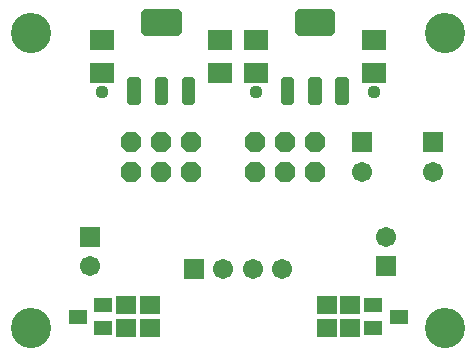
<source format=gbr>
G04 EAGLE Gerber RS-274X export*
G75*
%MOMM*%
%FSLAX34Y34*%
%LPD*%
%INSoldermask Top*%
%IPPOS*%
%AMOC8*
5,1,8,0,0,1.08239X$1,22.5*%
G01*
%ADD10C,3.403200*%
%ADD11P,1.869504X8X22.500000*%
%ADD12R,1.711200X1.711200*%
%ADD13C,1.711200*%
%ADD14C,0.691919*%
%ADD15C,0.847150*%
%ADD16R,2.003200X1.803200*%
%ADD17R,1.603200X1.203200*%
%ADD18R,1.703200X1.503200*%
%ADD19C,1.109600*%


D10*
X-175000Y-125000D03*
X175000Y-125000D03*
X-175000Y125000D03*
X175000Y125000D03*
D11*
X-90400Y7300D03*
X-90400Y32700D03*
X-65000Y7300D03*
X-65000Y32700D03*
X-39600Y7300D03*
X-39600Y32700D03*
X14600Y7300D03*
X14600Y32700D03*
X40000Y7300D03*
X40000Y32700D03*
X65400Y7300D03*
X65400Y32700D03*
D12*
X125000Y-72500D03*
D13*
X125000Y-47500D03*
D12*
X-125000Y-47500D03*
D13*
X-125000Y-72500D03*
D12*
X165000Y32500D03*
D13*
X165000Y7500D03*
D12*
X105000Y32500D03*
D13*
X105000Y7500D03*
D12*
X-37500Y-75000D03*
D13*
X-12500Y-75000D03*
X12500Y-75000D03*
X37500Y-75000D03*
D14*
X-90307Y67693D02*
X-90307Y84307D01*
X-85693Y84307D01*
X-85693Y67693D01*
X-90307Y67693D01*
X-90307Y74266D02*
X-85693Y74266D01*
X-85693Y80839D02*
X-90307Y80839D01*
X-67307Y84307D02*
X-67307Y67693D01*
X-67307Y84307D02*
X-62693Y84307D01*
X-62693Y67693D01*
X-67307Y67693D01*
X-67307Y74266D02*
X-62693Y74266D01*
X-62693Y80839D02*
X-67307Y80839D01*
X-44307Y84307D02*
X-44307Y67693D01*
X-44307Y84307D02*
X-39693Y84307D01*
X-39693Y67693D01*
X-44307Y67693D01*
X-44307Y74266D02*
X-39693Y74266D01*
X-39693Y80839D02*
X-44307Y80839D01*
D15*
X-51970Y126470D02*
X-51970Y141530D01*
X-51970Y126470D02*
X-78030Y126470D01*
X-78030Y141530D01*
X-51970Y141530D01*
X-51970Y134518D02*
X-78030Y134518D01*
D16*
X-15000Y91000D03*
X-15000Y119000D03*
X-115000Y91000D03*
X-115000Y119000D03*
D14*
X39693Y84307D02*
X39693Y67693D01*
X39693Y84307D02*
X44307Y84307D01*
X44307Y67693D01*
X39693Y67693D01*
X39693Y74266D02*
X44307Y74266D01*
X44307Y80839D02*
X39693Y80839D01*
X62693Y84307D02*
X62693Y67693D01*
X62693Y84307D02*
X67307Y84307D01*
X67307Y67693D01*
X62693Y67693D01*
X62693Y74266D02*
X67307Y74266D01*
X67307Y80839D02*
X62693Y80839D01*
X85693Y84307D02*
X85693Y67693D01*
X85693Y84307D02*
X90307Y84307D01*
X90307Y67693D01*
X85693Y67693D01*
X85693Y74266D02*
X90307Y74266D01*
X90307Y80839D02*
X85693Y80839D01*
D15*
X78030Y126470D02*
X78030Y141530D01*
X78030Y126470D02*
X51970Y126470D01*
X51970Y141530D01*
X78030Y141530D01*
X78030Y134518D02*
X51970Y134518D01*
D16*
X115000Y91000D03*
X115000Y119000D03*
X15000Y91000D03*
X15000Y119000D03*
D17*
X-114000Y-124500D03*
X-114000Y-105500D03*
X-136000Y-115000D03*
X114000Y-105500D03*
X114000Y-124500D03*
X136000Y-115000D03*
D18*
X-75000Y-105500D03*
X-75000Y-124500D03*
X-95000Y-105500D03*
X-95000Y-124500D03*
X75000Y-124500D03*
X75000Y-105500D03*
X95000Y-124500D03*
X95000Y-105500D03*
D19*
X-115000Y75000D03*
X15000Y75000D03*
X115000Y75000D03*
M02*

</source>
